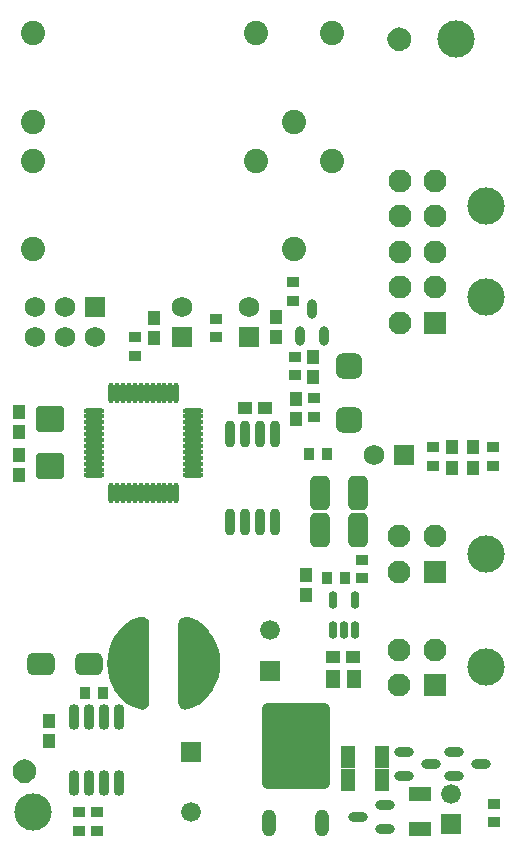
<source format=gts>
G04 Layer_Color=8388736*
%FSLAX24Y24*%
%MOIN*%
G70*
G01*
G75*
%ADD69O,0.0454X0.0906*%
%ADD70R,0.0454X0.0414*%
%ADD71R,0.0414X0.0335*%
%ADD72R,0.0414X0.0454*%
%ADD73R,0.0335X0.0414*%
%ADD74O,0.0296X0.0591*%
%ADD75R,0.0513X0.0631*%
%ADD76O,0.0355X0.0860*%
%ADD77O,0.0650X0.0341*%
%ADD78C,0.0532*%
%ADD79R,0.0473X0.0749*%
%ADD80R,0.0749X0.0473*%
G04:AMPARAMS|DCode=81|XSize=92.6mil|YSize=74.9mil|CornerRadius=20.2mil|HoleSize=0mil|Usage=FLASHONLY|Rotation=0.000|XOffset=0mil|YOffset=0mil|HoleType=Round|Shape=RoundedRectangle|*
%AMROUNDEDRECTD81*
21,1,0.0926,0.0344,0,0,0.0*
21,1,0.0522,0.0749,0,0,0.0*
1,1,0.0404,0.0261,-0.0172*
1,1,0.0404,-0.0261,-0.0172*
1,1,0.0404,-0.0261,0.0172*
1,1,0.0404,0.0261,0.0172*
%
%ADD81ROUNDEDRECTD81*%
%ADD82R,0.0454X0.0454*%
G04:AMPARAMS|DCode=83|XSize=116.2mil|YSize=65mil|CornerRadius=17.8mil|HoleSize=0mil|Usage=FLASHONLY|Rotation=90.000|XOffset=0mil|YOffset=0mil|HoleType=Round|Shape=RoundedRectangle|*
%AMROUNDEDRECTD83*
21,1,0.1162,0.0295,0,0,90.0*
21,1,0.0807,0.0650,0,0,90.0*
1,1,0.0355,0.0148,0.0404*
1,1,0.0355,0.0148,-0.0404*
1,1,0.0355,-0.0148,-0.0404*
1,1,0.0355,-0.0148,0.0404*
%
%ADD83ROUNDEDRECTD83*%
G04:AMPARAMS|DCode=84|XSize=88.7mil|YSize=84.7mil|CornerRadius=22.7mil|HoleSize=0mil|Usage=FLASHONLY|Rotation=180.000|XOffset=0mil|YOffset=0mil|HoleType=Round|Shape=RoundedRectangle|*
%AMROUNDEDRECTD84*
21,1,0.0887,0.0394,0,0,180.0*
21,1,0.0433,0.0847,0,0,180.0*
1,1,0.0454,-0.0217,0.0197*
1,1,0.0454,0.0217,0.0197*
1,1,0.0454,0.0217,-0.0197*
1,1,0.0454,-0.0217,-0.0197*
%
%ADD84ROUNDEDRECTD84*%
%ADD85O,0.0341X0.0650*%
%ADD86O,0.0355X0.0910*%
%ADD87O,0.0690X0.0178*%
%ADD88O,0.0178X0.0690*%
G04:AMPARAMS|DCode=89|XSize=96.5mil|YSize=88.7mil|CornerRadius=15.4mil|HoleSize=0mil|Usage=FLASHONLY|Rotation=0.000|XOffset=0mil|YOffset=0mil|HoleType=Round|Shape=RoundedRectangle|*
%AMROUNDEDRECTD89*
21,1,0.0965,0.0579,0,0,0.0*
21,1,0.0657,0.0887,0,0,0.0*
1,1,0.0308,0.0329,-0.0289*
1,1,0.0308,-0.0329,-0.0289*
1,1,0.0308,-0.0329,0.0289*
1,1,0.0308,0.0329,0.0289*
%
%ADD89ROUNDEDRECTD89*%
G04:AMPARAMS|DCode=90|XSize=285.5mil|YSize=224.5mil|CornerRadius=13.9mil|HoleSize=0mil|Usage=FLASHONLY|Rotation=90.000|XOffset=0mil|YOffset=0mil|HoleType=Round|Shape=RoundedRectangle|*
%AMROUNDEDRECTD90*
21,1,0.2855,0.1967,0,0,90.0*
21,1,0.2577,0.2245,0,0,90.0*
1,1,0.0278,0.0983,0.1288*
1,1,0.0278,0.0983,-0.1288*
1,1,0.0278,-0.0983,-0.1288*
1,1,0.0278,-0.0983,0.1288*
%
%ADD90ROUNDEDRECTD90*%
%ADD91R,0.0690X0.0690*%
%ADD92C,0.0690*%
%ADD93C,0.1241*%
%ADD94C,0.0768*%
%ADD95R,0.0768X0.0768*%
%ADD96C,0.0808*%
%ADD97C,0.0660*%
%ADD98R,0.0660X0.0660*%
%ADD99R,0.0690X0.0690*%
G36*
X36453Y26741D02*
X36461Y26742D01*
X36532Y26723D01*
X36539Y26718D01*
X36547Y26716D01*
X36606Y26673D01*
X36610Y26666D01*
X36617Y26661D01*
X36656Y26599D01*
X36657Y26591D01*
X36662Y26584D01*
X36676Y26512D01*
X36675Y26508D01*
X36676Y26504D01*
Y23898D01*
X36675Y23894D01*
X36676Y23890D01*
X36662Y23816D01*
X36657Y23809D01*
X36656Y23801D01*
X36615Y23737D01*
X36609Y23732D01*
X36604Y23725D01*
X36543Y23680D01*
X36535Y23678D01*
X36529Y23673D01*
X36456Y23654D01*
X36448Y23655D01*
X36440Y23653D01*
X36365Y23661D01*
X36361Y23663D01*
X36357Y23663D01*
X36227Y23704D01*
X36226Y23705D01*
X36224Y23705D01*
X36073Y23765D01*
X36070Y23768D01*
X36067Y23768D01*
X35927Y23851D01*
X35925Y23854D01*
X35922Y23855D01*
X35797Y23959D01*
X35796Y23961D01*
X35794Y23962D01*
X35790Y23966D01*
X35789Y23967D01*
X35788Y23968D01*
X35639Y24134D01*
X35638Y24137D01*
X35635Y24138D01*
X35509Y24322D01*
X35509Y24325D01*
X35506Y24327D01*
X35406Y24526D01*
X35406Y24529D01*
X35404Y24531D01*
X35331Y24742D01*
X35331Y24745D01*
X35330Y24748D01*
X35285Y24966D01*
X35286Y24969D01*
X35285Y24972D01*
X35270Y25194D01*
X35271Y25197D01*
X35270Y25200D01*
X35285Y25422D01*
X35286Y25425D01*
X35285Y25428D01*
X35330Y25646D01*
X35331Y25649D01*
X35331Y25652D01*
X35404Y25862D01*
X35406Y25865D01*
X35406Y25868D01*
X35506Y26067D01*
X35509Y26069D01*
X35509Y26072D01*
X35635Y26255D01*
X35638Y26257D01*
X35639Y26260D01*
X35788Y26426D01*
X35789Y26426D01*
X35790Y26428D01*
X35792Y26430D01*
X35794Y26431D01*
X35795Y26432D01*
X35921Y26537D01*
X35925Y26539D01*
X35927Y26541D01*
X36068Y26626D01*
X36072Y26626D01*
X36074Y26629D01*
X36227Y26690D01*
X36229Y26690D01*
X36230Y26691D01*
X36364Y26733D01*
X36368Y26733D01*
X36372Y26735D01*
X36445Y26743D01*
X36453Y26741D01*
D02*
G37*
G36*
X32613Y21988D02*
X32708Y21948D01*
X32791Y21885D01*
X32854Y21803D01*
X32893Y21707D01*
X32907Y21604D01*
X32893Y21502D01*
X32854Y21406D01*
X32791Y21324D01*
X32708Y21260D01*
X32613Y21221D01*
X32510Y21207D01*
X32407Y21221D01*
X32311Y21260D01*
X32229Y21324D01*
X32166Y21406D01*
X32126Y21502D01*
X32113Y21604D01*
X32126Y21707D01*
X32166Y21803D01*
X32229Y21885D01*
X32311Y21948D01*
X32407Y21988D01*
X32510Y22001D01*
X32613Y21988D01*
D02*
G37*
G36*
X45103Y46384D02*
X45199Y46344D01*
X45281Y46281D01*
X45344Y46199D01*
X45384Y46103D01*
X45397Y46000D01*
X45384Y45897D01*
X45344Y45801D01*
X45281Y45719D01*
X45199Y45656D01*
X45103Y45616D01*
X45000Y45603D01*
X44897Y45616D01*
X44801Y45656D01*
X44719Y45719D01*
X44656Y45801D01*
X44616Y45897D01*
X44603Y46000D01*
X44616Y46103D01*
X44656Y46199D01*
X44719Y46281D01*
X44801Y46344D01*
X44897Y46384D01*
X45000Y46397D01*
X45103Y46384D01*
D02*
G37*
G36*
X37946Y26732D02*
X37950Y26730D01*
X37954Y26731D01*
X38084Y26690D01*
X38085Y26689D01*
X38087Y26689D01*
X38238Y26628D01*
X38241Y26626D01*
X38244Y26625D01*
X38384Y26542D01*
X38386Y26539D01*
X38389Y26538D01*
X38514Y26434D01*
X38515Y26433D01*
X38517Y26432D01*
X38521Y26428D01*
X38522Y26426D01*
X38523Y26426D01*
X38672Y26260D01*
X38673Y26257D01*
X38676Y26255D01*
X38802Y26072D01*
X38802Y26069D01*
X38805Y26067D01*
X38905Y25868D01*
X38905Y25865D01*
X38907Y25862D01*
X38980Y25652D01*
X38980Y25649D01*
X38981Y25646D01*
X39026Y25428D01*
X39025Y25425D01*
X39026Y25422D01*
X39041Y25200D01*
X39040Y25197D01*
X39041Y25194D01*
X39026Y24972D01*
X39025Y24969D01*
X39026Y24966D01*
X38981Y24748D01*
X38980Y24745D01*
X38980Y24742D01*
X38907Y24531D01*
X38905Y24529D01*
X38905Y24526D01*
X38805Y24327D01*
X38802Y24325D01*
X38802Y24322D01*
X38676Y24138D01*
X38673Y24137D01*
X38672Y24134D01*
X38523Y23968D01*
X38522Y23967D01*
X38521Y23966D01*
X38519Y23964D01*
X38517Y23963D01*
X38516Y23961D01*
X38390Y23856D01*
X38386Y23855D01*
X38384Y23852D01*
X38243Y23768D01*
X38239Y23768D01*
X38237Y23765D01*
X38084Y23704D01*
X38082Y23704D01*
X38081Y23703D01*
X37947Y23661D01*
X37943Y23661D01*
X37939Y23659D01*
X37866Y23651D01*
X37858Y23653D01*
X37850Y23652D01*
X37779Y23670D01*
X37772Y23675D01*
X37764Y23677D01*
X37705Y23721D01*
X37701Y23728D01*
X37694Y23733D01*
X37655Y23795D01*
X37654Y23803D01*
X37649Y23810D01*
X37635Y23882D01*
X37636Y23886D01*
X37635Y23890D01*
Y26496D01*
X37636Y26500D01*
X37635Y26504D01*
X37650Y26578D01*
X37654Y26585D01*
X37655Y26593D01*
X37696Y26657D01*
X37702Y26662D01*
X37707Y26669D01*
X37768Y26714D01*
X37776Y26716D01*
X37782Y26721D01*
X37855Y26740D01*
X37863Y26739D01*
X37871Y26741D01*
X37946Y26732D01*
D02*
G37*
D69*
X40648Y19872D02*
D03*
X42443D02*
D03*
D70*
X40532Y33691D02*
D03*
X39862D02*
D03*
X42785Y25404D02*
D03*
X43455D02*
D03*
D71*
X36191Y35453D02*
D03*
Y36063D02*
D03*
X38898Y36063D02*
D03*
Y36673D02*
D03*
X41516Y34793D02*
D03*
Y35403D02*
D03*
X43770Y28652D02*
D03*
Y28042D02*
D03*
X34941Y19616D02*
D03*
Y20226D02*
D03*
X34331Y19616D02*
D03*
Y20226D02*
D03*
X48150Y20502D02*
D03*
Y19892D02*
D03*
X41476Y37284D02*
D03*
Y37894D02*
D03*
X42165Y34026D02*
D03*
Y33416D02*
D03*
X48120Y31781D02*
D03*
Y32392D02*
D03*
X46142Y31781D02*
D03*
Y32392D02*
D03*
D72*
X36821Y36722D02*
D03*
Y36053D02*
D03*
X40896Y36732D02*
D03*
Y36063D02*
D03*
X41890Y27470D02*
D03*
Y28140D02*
D03*
X33317Y23287D02*
D03*
Y22618D02*
D03*
X42126Y34744D02*
D03*
Y35413D02*
D03*
X41545Y34016D02*
D03*
Y33346D02*
D03*
X47461Y31722D02*
D03*
Y32392D02*
D03*
X46752Y31722D02*
D03*
Y32392D02*
D03*
X32311Y32126D02*
D03*
Y31457D02*
D03*
Y32894D02*
D03*
Y33563D02*
D03*
D73*
X43199Y28041D02*
D03*
X42589D02*
D03*
X35138Y24193D02*
D03*
X34528D02*
D03*
X41998Y32175D02*
D03*
X42608D02*
D03*
D74*
X43159Y26309D02*
D03*
X42785Y27293D02*
D03*
Y26309D02*
D03*
X43533Y27293D02*
D03*
Y26309D02*
D03*
D75*
X43494Y24665D02*
D03*
X42785D02*
D03*
D76*
X34646Y21206D02*
D03*
Y23406D02*
D03*
X34146Y21206D02*
D03*
Y23406D02*
D03*
X35646Y21206D02*
D03*
X35146D02*
D03*
Y23406D02*
D03*
X35646D02*
D03*
D77*
X44532Y19679D02*
D03*
Y20479D02*
D03*
X43622Y20079D02*
D03*
X45157Y22237D02*
D03*
Y21437D02*
D03*
X46067Y21837D02*
D03*
X46831Y22237D02*
D03*
Y21437D02*
D03*
X47741Y21837D02*
D03*
D78*
X45000Y46000D02*
D03*
X32510Y21604D02*
D03*
D79*
X44419Y22077D02*
D03*
X43278D02*
D03*
X44419Y21299D02*
D03*
X43278D02*
D03*
D80*
X45689Y19685D02*
D03*
Y20827D02*
D03*
D81*
X34675Y25187D02*
D03*
X33061D02*
D03*
D82*
X36106Y25197D02*
D03*
X38206D02*
D03*
D83*
X42352Y30856D02*
D03*
X43612D02*
D03*
X42352Y29636D02*
D03*
X43612D02*
D03*
D84*
X43317Y35108D02*
D03*
Y33297D02*
D03*
D85*
X41683Y36112D02*
D03*
X42483D02*
D03*
X42083Y37022D02*
D03*
D86*
X40864Y29892D02*
D03*
X39864D02*
D03*
X39364D02*
D03*
X40864Y32842D02*
D03*
X39864D02*
D03*
X39364D02*
D03*
X40364Y29892D02*
D03*
Y32842D02*
D03*
D87*
X34833Y32441D02*
D03*
Y32638D02*
D03*
Y32835D02*
D03*
Y33031D02*
D03*
Y33228D02*
D03*
Y33425D02*
D03*
Y33622D02*
D03*
Y31457D02*
D03*
Y31654D02*
D03*
Y31850D02*
D03*
Y32047D02*
D03*
Y32244D02*
D03*
X38140Y32638D02*
D03*
Y32441D02*
D03*
Y33622D02*
D03*
Y33425D02*
D03*
Y33228D02*
D03*
Y33031D02*
D03*
Y32835D02*
D03*
Y32244D02*
D03*
Y32047D02*
D03*
Y31850D02*
D03*
Y31654D02*
D03*
Y31457D02*
D03*
D88*
X37372Y34193D02*
D03*
X37569D02*
D03*
Y30886D02*
D03*
X37372D02*
D03*
X35404Y34193D02*
D03*
X35600D02*
D03*
X35797D02*
D03*
X35994D02*
D03*
X36191D02*
D03*
X36388D02*
D03*
X36585D02*
D03*
X36781D02*
D03*
X36978D02*
D03*
X37175D02*
D03*
Y30886D02*
D03*
X36978D02*
D03*
X36781D02*
D03*
X36585D02*
D03*
X36388D02*
D03*
X36191D02*
D03*
X35994D02*
D03*
X35797D02*
D03*
X35600D02*
D03*
X35404D02*
D03*
D89*
X33374Y33337D02*
D03*
Y31762D02*
D03*
D90*
X41545Y22431D02*
D03*
D91*
X39980Y36063D02*
D03*
X37776D02*
D03*
D92*
X39980Y37063D02*
D03*
X37776D02*
D03*
X33868Y37057D02*
D03*
X34868Y36057D02*
D03*
X33868D02*
D03*
X32868Y37057D02*
D03*
Y36057D02*
D03*
X44157Y32146D02*
D03*
D93*
X46897Y46000D02*
D03*
X32802Y20252D02*
D03*
X47889Y25056D02*
D03*
Y28835D02*
D03*
X47900Y37400D02*
D03*
Y40431D02*
D03*
D94*
X45007Y24465D02*
D03*
Y25646D02*
D03*
X46188D02*
D03*
Y29426D02*
D03*
X45007D02*
D03*
Y28244D02*
D03*
X45018Y36554D02*
D03*
Y37735D02*
D03*
Y40097D02*
D03*
Y38916D02*
D03*
Y41278D02*
D03*
X46199Y37735D02*
D03*
Y40097D02*
D03*
Y38916D02*
D03*
Y41278D02*
D03*
D95*
X46188Y24465D02*
D03*
Y28244D02*
D03*
X46199Y36554D02*
D03*
D96*
X42761Y41950D02*
D03*
X41501Y38997D02*
D03*
X40241Y41950D02*
D03*
X32800D02*
D03*
Y38997D02*
D03*
X42761Y46200D02*
D03*
X41501Y43247D02*
D03*
X40241Y46200D02*
D03*
X32800D02*
D03*
Y43247D02*
D03*
D97*
X46739Y20829D02*
D03*
X40709Y26309D02*
D03*
X38061Y20226D02*
D03*
D98*
X46739Y19829D02*
D03*
X40709Y24931D02*
D03*
X38061Y22226D02*
D03*
D99*
X34868Y37057D02*
D03*
X45157Y32146D02*
D03*
M02*

</source>
